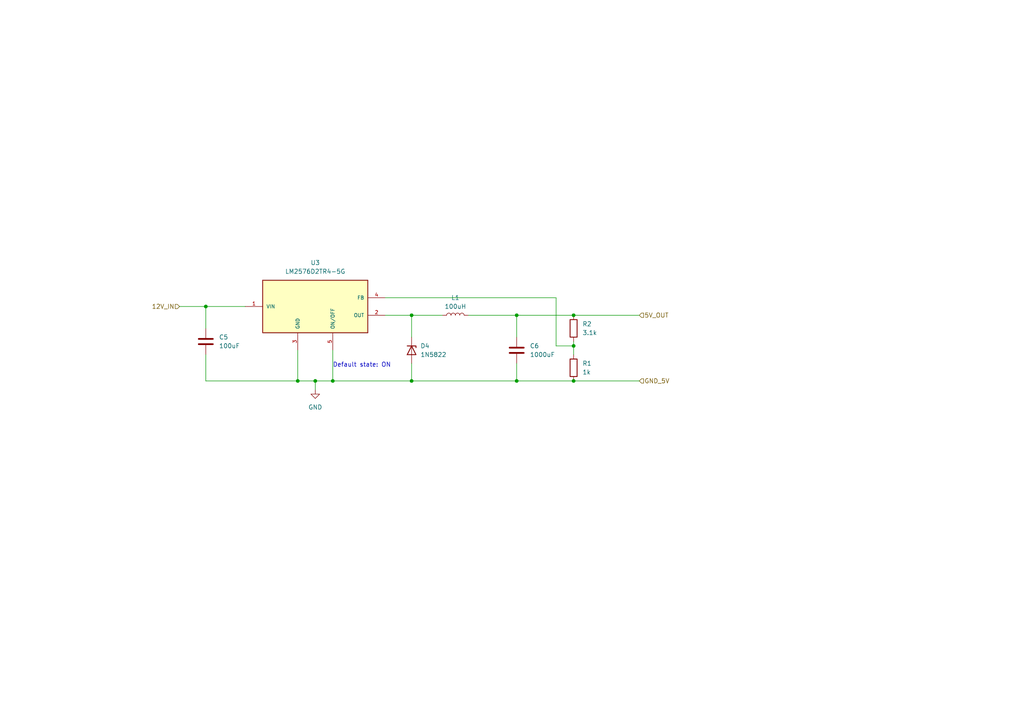
<source format=kicad_sch>
(kicad_sch (version 20230121) (generator eeschema)
  (paper "A4")
  (lib_symbols
    (symbol "Device:C" (pin_numbers hide) (pin_names (offset 0.254))
      (property "Reference" "C" (at 0.635 2.54 0))
      (property "Value" "C" (at 0.635 -2.54 0))
      (symbol "C_0_1"
        (polyline (pts (xy -2.032 -0.762) (xy 2.032 -0.762)) (stroke (width 0.508)))
        (polyline (pts (xy -2.032 0.762) (xy 2.032 0.762)) (stroke (width 0.508)))
      )
      (symbol "C_1_1"
        (pin passive line (at 0 3.81 270) (length 2.794) (name "~") (number "1"))
        (pin passive line (at 0 -3.81 90) (length 2.794) (name "~") (number "2"))
      )
    )
    (symbol "Device:D_Zener" (pin_numbers hide) (pin_names (offset 1.016) hide)
      (property "Reference" "D" (at 0 2.54 0))
      (property "Value" "D_Zener" (at 0 -2.54 0))
      (symbol "D_Zener_0_1"
        (polyline (pts (xy 1.27 0) (xy -1.27 0)))
        (polyline (pts (xy -1.27 -1.27) (xy -1.27 1.27) (xy -0.762 1.27)) (stroke (width 0.254)))
        (polyline (pts (xy 1.27 -1.27) (xy 1.27 1.27) (xy -1.27 0) (xy 1.27 -1.27)) (stroke (width 0.254)))
      )
      (symbol "D_Zener_1_1"
        (pin passive line (at -3.81 0 0) (length 2.54) (name "K") (number "1"))
        (pin passive line (at 3.81 0 180) (length 2.54) (name "A") (number "2"))
      )
    )
    (symbol "Device:L" (pin_numbers hide) (pin_names (offset 1.016) hide)
      (property "Reference" "L" (at -1.27 0 90))
      (property "Value" "L" (at 1.905 0 90))
      (symbol "L_0_1"
        (arc (start 0 -2.54) (mid 0.6323 -1.905) (end 0 -1.27))
        (arc (start 0 -1.27) (mid 0.6323 -0.635) (end 0 0))
        (arc (start 0 0) (mid 0.6323 0.635) (end 0 1.27))
        (arc (start 0 1.27) (mid 0.6323 1.905) (end 0 2.54))
      )
      (symbol "L_1_1"
        (pin passive line (at 0 3.81 270) (length 1.27) (name "1") (number "1"))
        (pin passive line (at 0 -3.81 90) (length 1.27) (name "2") (number "2"))
      )
    )
    (symbol "Device:R" (pin_numbers hide) (pin_names (offset 0))
      (property "Reference" "R" (at 2.032 0 90))
      (property "Value" "R" (at 0 0 90))
      (symbol "R_0_1"
        (rectangle (start -1.016 -2.54) (end 1.016 2.54) (stroke (width 0.254)))
      )
      (symbol "R_1_1"
        (pin passive line (at 0 3.81 270) (length 1.27) (name "~") (number "1"))
        (pin passive line (at 0 -3.81 90) (length 1.27) (name "~") (number "2"))
      )
    )
    (symbol "FCPB_Parts:LM2576D2TR4-5G" (pin_names (offset 1.016))
      (property "Reference" "U" (at -17.8054 -20.3454 0))
      (property "Value" "LM2576D2TR4-5G" (at -17.8054 -22.8854 0))
      (symbol "LM2576D2TR4-5G_0_0"
        (rectangle (start -15.24 -7.62) (end 15.24 7.62) (stroke (width 0.254)) (fill (type background)))
        (pin input line (at -20.32 0 0) (length 5.08) (name "VIN") (number "1"))
        (pin output line (at 20.32 -2.54 180) (length 5.08) (name "OUT") (number "2"))
        (pin passive line (at -5.08 -12.7 90) (length 5.08) (name "GND") (number "3"))
        (pin output line (at 20.32 2.54 180) (length 5.08) (name "FB") (number "4"))
        (pin input line (at 5.08 -12.7 90) (length 5.08) (name "ON/OFF") (number "5"))
      )
    )
    (symbol "power:GND" (power) (pin_names (offset 0))
      (property "Value" "GND" (at 0 -3.81 0))
      (symbol "GND_0_1"
        (polyline (pts (xy 0 0) (xy 0 -1.27) (xy 1.27 -1.27) (xy 0 -2.54) (xy -1.27 -1.27) (xy 0 -1.27)))
      )
      (symbol "GND_1_1"
        (pin power_in line (at 0 0 270) (length 0) hide (name "GND") (number "1"))
      )
    )
  )
  (junction (at 166.37 100.33))
  (junction (at 119.38 91.44))
  (junction (at 166.37 110.49))
  (junction (at 86.36 110.49))
  (junction (at 91.44 110.49))
  (junction (at 119.38 110.49))
  (junction (at 59.69 88.9))
  (junction (at 149.86 91.44))
  (junction (at 149.86 110.49))
  (junction (at 166.37 91.44))
  (junction (at 96.52 110.49))
  (wire (pts (xy 86.36 110.49) (xy 59.69 110.49)))
  (wire (pts (xy 166.37 100.33) (xy 166.37 102.87)))
  (wire (pts (xy 149.86 91.44) (xy 149.86 97.79)))
  (wire (pts (xy 119.38 91.44) (xy 128.27 91.44)))
  (wire (pts (xy 135.89 91.44) (xy 149.86 91.44)))
  (wire (pts (xy 111.76 91.44) (xy 119.38 91.44)))
  (wire (pts (xy 59.69 102.87) (xy 59.69 110.49)))
  (wire (pts (xy 166.37 91.44) (xy 185.42 91.44)))
  (wire (pts (xy 149.86 91.44) (xy 166.37 91.44)))
  (wire (pts (xy 91.44 110.49) (xy 96.52 110.49)))
  (wire (pts (xy 161.29 100.33) (xy 166.37 100.33)))
  (wire (pts (xy 59.69 88.9) (xy 71.12 88.9)))
  (wire (pts (xy 91.44 110.49) (xy 86.36 110.49)))
  (wire (pts (xy 149.86 110.49) (xy 119.38 110.49)))
  (wire (pts (xy 166.37 110.49) (xy 185.42 110.49)))
  (wire (pts (xy 119.38 105.41) (xy 119.38 110.49)))
  (wire (pts (xy 52.07 88.9) (xy 59.69 88.9)))
  (wire (pts (xy 149.86 110.49) (xy 166.37 110.49)))
  (wire (pts (xy 96.52 110.49) (xy 119.38 110.49)))
  (wire (pts (xy 59.69 88.9) (xy 59.69 95.25)))
  (wire (pts (xy 96.52 101.6) (xy 96.52 110.49)))
  (wire (pts (xy 119.38 91.44) (xy 119.38 97.79)))
  (wire (pts (xy 161.29 86.36) (xy 161.29 100.33)))
  (wire (pts (xy 166.37 99.06) (xy 166.37 100.33)))
  (wire (pts (xy 91.44 110.49) (xy 91.44 113.03)))
  (wire (pts (xy 111.76 86.36) (xy 161.29 86.36)))
  (wire (pts (xy 86.36 101.6) (xy 86.36 110.49)))
  (wire (pts (xy 149.86 105.41) (xy 149.86 110.49)))
  (text "Default state: ON\n" (at 96.52 106.68 0) (effects (font (size 1.27 1.27)) (justify left bottom)))
  (hierarchical_label "5V_OUT" (shape input) (at 185.42 91.44 0))
  (hierarchical_label "GND_5V" (shape input) (at 185.42 110.49 0))
  (hierarchical_label "12V_IN" (shape input) (at 52.07 88.9 180))
  (symbol (lib_id "FCPB_Parts:LM2576D2TR4-5G") (at 91.44 88.9 0) (unit 1)
    (property "Reference" "U3" (at 91.44 76.2 0))
    (property "Value" "LM2576D2TR4-5G" (at 91.44 78.74 0))
    (property "Footprint" "D2PAK-5" (effects hide))
    (instances (project "FCBoard" (path "" (reference "U3") (unit 1)) (path "" (reference "U4") (unit 1))))
  )
  (symbol (lib_id "Device:D_Zener") (at 119.38 101.6 270) (unit 1)
    (property "Reference" "D4" (at 121.92 100.33 90) (effects (justify left)))
    (property "Value" "1N5822" (at 121.92 102.87 90) (effects (justify left)))
    (instances (project "FCBoard" (path "" (reference "D4") (unit 1)) (path "" (reference "D7") (unit 1)) (path "" (reference "D12") (unit 1))))
  )
  (symbol (lib_id "Device:R") (at 166.37 106.68 0) (unit 1)
    (property "Reference" "R1" (at 168.91 105.41 0) (effects (justify left)))
    (property "Value" "1k" (at 168.91 107.95 0) (effects (justify left)))
    (instances (project "FCBoard" (path "" (reference "R1") (unit 1)) (path "" (reference "R5") (unit 1)) (path "" (reference "R9") (unit 1))))
  )
  (symbol (lib_id "Device:L") (at 132.08 91.44 90) (unit 1)
    (property "Reference" "L1" (at 132.08 86.36 90))
    (property "Value" "100uH" (at 132.08 88.9 90))
    (instances (project "FCBoard" (path "" (reference "L1") (unit 1)) (path "" (reference "L2") (unit 1)) (path "" (reference "L3") (unit 1))))
  )
  (symbol (lib_id "Device:C") (at 59.69 99.06 0) (unit 1)
    (property "Reference" "C5" (at 63.5 97.79 0) (effects (justify left)))
    (property "Value" "100uF" (at 63.5 100.33 0) (effects (justify left)))
    (instances (project "FCBoard" (path "" (reference "C5") (unit 1)) (path "" (reference "C7") (unit 1)) (path "" (reference "C9") (unit 1))))
  )
  (symbol (lib_id "Device:C") (at 149.86 101.6 0) (unit 1)
    (property "Reference" "C6" (at 153.67 100.33 0) (effects (justify left)))
    (property "Value" "1000uF" (at 153.67 102.87 0) (effects (justify left)))
    (instances (project "FCBoard" (path "" (reference "C6") (unit 1)) (path "" (reference "C8") (unit 1)) (path "" (reference "C10") (unit 1))))
  )
  (symbol (lib_id "power:GND") (at 91.44 113.03 0) (unit 1)
    (property "Reference" "#PWR02" (effects hide))
    (property "Value" "GND" (at 91.44 118.11 0))
    (instances (project "FCBoard" (path "" (reference "#PWR02") (unit 1)) (path "" (reference "#PWR04") (unit 1)) (path "" (reference "#PWR07") (unit 1))))
  )
  (symbol (lib_id "Device:R") (at 166.37 95.25 0) (unit 1)
    (property "Reference" "R2" (at 168.91 93.98 0) (effects (justify left)))
    (property "Value" "3.1k" (at 168.91 96.52 0) (effects (justify left)))
    (instances (project "FCBoard" (path "" (reference "R2") (unit 1)) (path "" (reference "R4") (unit 1)) (path "" (reference "R7") (unit 1))))
  )
)
</source>
